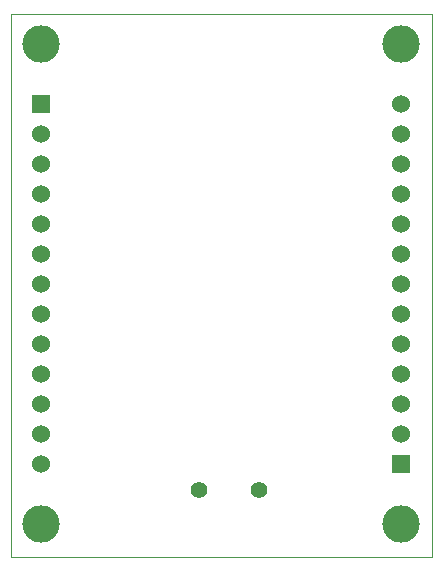
<source format=gbs>
G04 (created by PCBNEW (2013-mar-13)-testing) date Wed 17 Apr 2013 01:59:25 PM EDT*
%MOIN*%
G04 Gerber Fmt 3.4, Leading zero omitted, Abs format*
%FSLAX34Y34*%
G01*
G70*
G90*
G04 APERTURE LIST*
%ADD10C,0.006*%
%ADD11C,0.00393701*%
%ADD12C,0.125*%
%ADD13C,0.056*%
%ADD14R,0.06X0.06*%
%ADD15C,0.06*%
G04 APERTURE END LIST*
G54D10*
G54D11*
X39370Y-39370D02*
X39370Y-57455D01*
X39370Y-57455D02*
X53385Y-57455D01*
X53385Y-39370D02*
X53385Y-57455D01*
X39370Y-39370D02*
X53385Y-39370D01*
G54D12*
X52370Y-40370D03*
X40370Y-56370D03*
X40370Y-40370D03*
X52370Y-56370D03*
G54D13*
X47629Y-55236D03*
X45629Y-55236D03*
G54D14*
X40370Y-42370D03*
G54D15*
X40370Y-43370D03*
X40370Y-44370D03*
X40370Y-45370D03*
X40370Y-46370D03*
X40370Y-47370D03*
X40370Y-48370D03*
X40370Y-49370D03*
X40370Y-50370D03*
X40370Y-51370D03*
X40370Y-52370D03*
X40370Y-53370D03*
X40370Y-54370D03*
G54D14*
X52370Y-54370D03*
G54D15*
X52370Y-53370D03*
X52370Y-52370D03*
X52370Y-51370D03*
X52370Y-50370D03*
X52370Y-49370D03*
X52370Y-48370D03*
X52370Y-47370D03*
X52370Y-46370D03*
X52370Y-45370D03*
X52370Y-44370D03*
X52370Y-43370D03*
X52370Y-42370D03*
M02*

</source>
